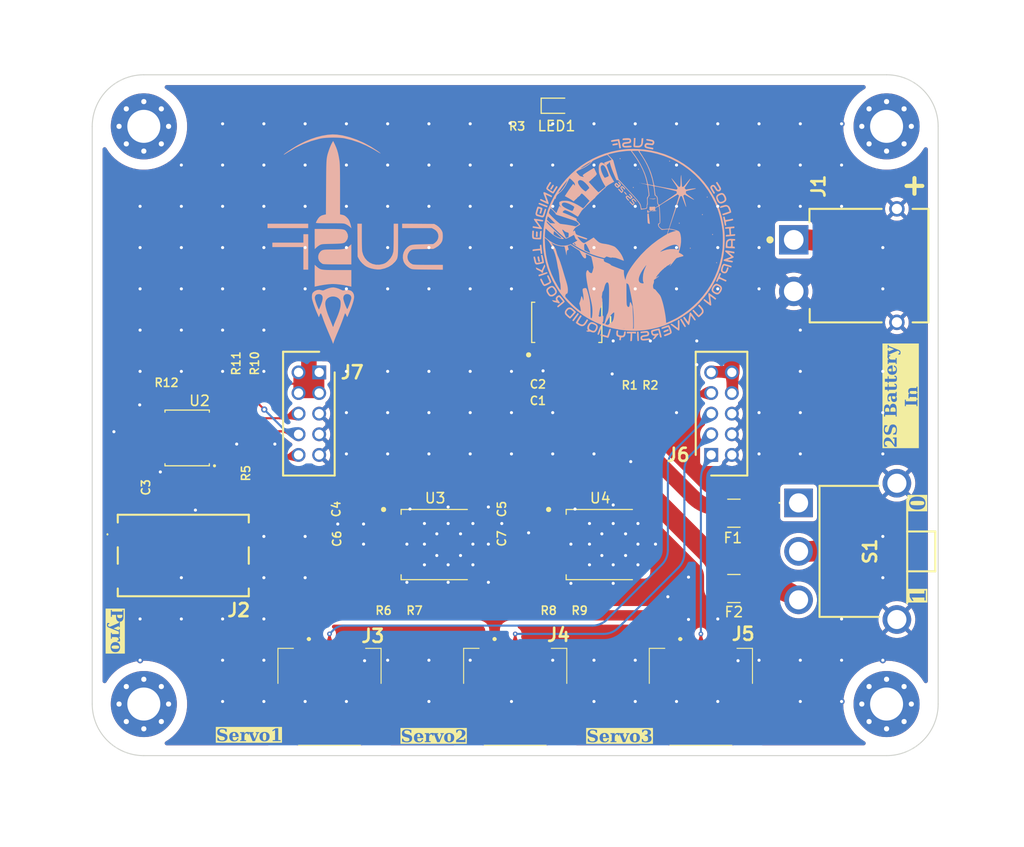
<source format=kicad_pcb>
(kicad_pcb (version 20241229) (generator "pcbnew") (generator_version "9.0")
  (layers (0 "F.Cu" mixed "L1 (Sig, PWR)") (2 "B.Cu" mixed "L4 (Sig, PWR)") (13 "F.Paste" user) (15 "B.Paste" user) (5 "F.SilkS" user "F.Silkscreen") (7 "B.SilkS" user "B.Silkscreen") (1 "F.Mask" user) (3 "B.Mask" user) (25 "Edge.Cuts" user))
  (property "BOARD_NAME" "Board Name")
  (property "COMPANY" "Company Name")
  (property "DESIGNER" "Designer Name")
  (property "DOC_TYPE" "Fabrication")
  (property "PROJECT_NAME" "Project Name")
  (property "RELEASE_DATE" "Release Date")
  (property "REVIEWER" "Reviewer Name")
  (property "REVISION" "Revision Number")
  (property "VARIANT" "Variant Name")
  (net 0 "")
  (net 1 "+6V")
  (net 2 "/Power Board Schematic/Servo1_PWM")
  (net 3 "GND")
  (net 4 "/Power Board Schematic/PYRO_IN")
  (net 5 "/Power Board Schematic/VBAT_sense")
  (net 6 "+3V3")
  (net 7 "VBUS")
  (net 8 "Net-(U2-IN)")
  (net 9 "/Power Board Schematic/Pyro+")
  (net 10 "/Power Board Schematic/PYRO_ST1")
  (net 11 "/Power Board Schematic/Servo2_PWM")
  (net 12 "Net-(U4-ADJ)")
  (net 13 "Net-(LED1-K)")
  (net 14 "/Power Board Schematic/Servo3_PWM")
  (net 15 "Net-(U3-ADJ)")
  (net 17 "/Power Board Schematic/PYRO_ST2")
  (net 18 "/Power Board Schematic/BAT_CONN_OUT")
  (net 19 "/Power Board Schematic/BAT_CONN_IN")
  (net 20 "VREG")
  (footprint "0_Connectors:DF11-10DP-2DSA" (layer "F.Cu") (at 166.45 108.15 -90)
    (property "Reference" "J6")
    (property "Value" "DF11-10DP-2DSA" (hide yes))
  )
  (footprint "0_Resistors:R_0603_1608_DensityHigh" (layer "F.Cu") (at 153.69 121.84)
    (property "Reference" "R9")
    (property "Value" "120R" (hide yes))
  )
  (footprint "0_Resistors:R_0603_1608_DensityHigh" (layer "F.Cu") (at 120.4 101.925 90)
    (property "Reference" "R11")
    (property "Value" "10kR" (hide yes))
  )
  (footprint "0_Resistors:R_0603_1608_DensityHigh" (layer "F.Cu") (at 122.2 101.925 90)
    (property "Reference" "R10")
    (property "Value" "10kR" (hide yes))
  )
  (footprint "0_Capacitors:C_0603_1608_DensityHigh" (layer "F.Cu") (at 147.55 113.4 -90)
    (property "Reference" "C5")
    (property "Value" "10uF" (hide yes))
  )
  (footprint "0_Power:Fuse_1210_3225Metric" (layer "F.Cu") (at 168.65 113.8)
    (property "Reference" "F1")
    (property "Value" "Fuse")
  )
  (footprint "0_Resistors:R_0603_1608_DensityHigh" (layer "F.Cu") (at 150.69 121.84)
    (property "Reference" "R8")
    (property "Value" "470R" (hide yes))
  )
  (footprint "0_Mechanical:MountingHole_3.2mm_M3_Pad_Via" (layer "F.Cu") (at 111.45 76.3)
    (property "Reference" "MH1" (hide yes))
    (property "Value" "M3_MountingHole_Pad")
  )
  (footprint "0_Capacitors:C_0603_1608_DensityHigh" (layer "F.Cu") (at 151.85 101.3 180)
    (property "Reference" "C2")
    (property "Value" "10nF" (hide yes))
  )
  (footprint "0_Resistors:R_0603_1608_DensityHigh" (layer "F.Cu") (at 158.55 99.2 90)
    (property "Reference" "R1")
    (property "Value" "470kR" (hide yes))
  )
  (footprint "0_Connectors:502352_0301" (layer "F.Cu") (at 129.45 131.1)
    (property "Reference" "J3")
    (property "Value" "502352-0301" (hide yes))
  )
  (footprint "0_Connectors:502352_0301" (layer "F.Cu") (at 147.45 131.1)
    (property "Reference" "J4")
    (property "Value" "502352-0301" (hide yes))
  )
  (footprint "0_Connectors:DF11-10DP-2DSA" (layer "F.Cu") (at 128.45 100.15 90)
    (property "Reference" "J7")
    (property "Value" "DF11-10DP-2DSA" (hide yes))
  )
  (footprint "0_Mechanical:Fiducial_1mm_Mask2mm" (layer "F.Cu") (at 116.45 127.3)
    (property "Reference" "FID3" (hide yes))
    (property "Value" "Fiducial Marker")
  )
  (footprint "0_Power:TO-252-5_TabPin3" (layer "F.Cu") (at 155.69 116.84)
    (property "Reference" "U4")
    (property "Value" "MIC29302AWD")
  )
  (footprint "0_Resistors:R_0603_1608_DensityHigh" (layer "F.Cu") (at 113.65 102.5)
    (property "Reference" "R12")
    (property "Value" "51kR" (hide yes))
  )
  (footprint "0_Capacitors:C_0603_1608_DensityHigh" (layer "F.Cu") (at 113.65 111.3 180)
    (property "Reference" "C3")
    (property "Value" "100nF" (hide yes))
  )
  (footprint "0_Resistors:R_0603_1608_DensityHigh" (layer "F.Cu") (at 147.635 74.3 180)
    (property "Reference" "R3")
    (property "Value" "51R" (hide yes))
  )
  (footprint "0_Passives:LED_0603_1608Metric" (layer "F.Cu") (at 151.45 74.3)
    (property "Reference" "LED1")
    (property "Value" "Red")
  )
  (footprint "0_Resistors:R_0603_1608_DensityHigh" (layer "F.Cu") (at 137.69 121.84)
    (property "Reference" "R7")
    (property "Value" "120R" (hide yes))
  )
  (footprint "0_Capacitors:C_0603_1608_DensityHigh" (layer "F.Cu") (at 131.5 116.3 90)
    (property "Reference" "C6")
    (property "Value" "10uF" (hide yes))
  )
  (footprint "0_Mechanical:MountingHole_3.2mm_M3_Pad_Via" (layer "F.Cu") (at 183.45 132.3)
    (property "Reference" "MH4" (hide yes))
    (property "Value" "M3_MountingHole_Pad" (hide yes))
  )
  (footprint "0_Resistors:R_0603_1608_DensityHigh" (layer "F.Cu") (at 134.69 121.84)
    (property "Reference" "R6")
    (property "Value" "470R" (hide yes))
  )
  (footprint "0_Connectors:502352_0301" (layer "F.Cu") (at 165.45 131.1)
    (property "Reference" "J5")
    (property "Value" "502352-0301" (hide yes))
  )
  (footprint "0_Mechanical:Fiducial_1mm_Mask2mm" (layer "F.Cu") (at 166.45 82.3)
    (property "Reference" "FID2" (hide yes))
    (property "Value" "Fiducial Marker")
  )
  (footprint "0_Resistors:R_0603_1608_DensityHigh" (layer "F.Cu") (at 121.35 108.4 180)
    (property "Reference" "R5")
    (property "Value" "4k7R" (hide yes))
  )
  (footprint "0_Mechanical:MountingHole_3.2mm_M3_Pad_Via" (layer "F.Cu") (at 111.45 132.3)
    (property "Reference" "MH2" (hide yes))
    (property "Value" "M3_MountingHole_Pad" (hide yes))
  )
  (footprint "0_Power:TO-252-5_TabPin3" (layer "F.Cu") (at 139.69 116.84)
    (property "Reference" "U3")
    (property "Value" "MIC29302AWD")
  )
  (footprint "0_Capacitors:C_0603_1608_DensityHigh" (layer "F.Cu") (at 131.5 113.4 -90)
    (property "Reference" "C4")
    (property "Value" "10uF" (hide yes))
  )
  (footprint "0_Connectors:Molex_2060" (layer "F.Cu") (at 115.15 117.9)
    (property "Reference" "J2")
    (property "Value" "Molex_Block_01x02" (hide yes))
  )
  (footprint "0_Connectors:XT30_THT_H" (layer "F.Cu") (at 174.45 87.3 -90)
    (property "Reference" "J1")
    (property "Value" "XT30_THT_H" (hide yes))
  )
  (footprint "0_Capacitors:C_0603_1608_DensityHigh" (layer "F.Cu") (at 147.55 116.25 90)
    (property "Reference" "C7")
    (property "Value" "10uF" (hide yes))
  )
  (footprint "0_Capacitors:C_0603_1608_DensityHigh" (layer "F.Cu") (at 151.85 102.9)
    (property "Reference" "C1")
    (property "Value" "10nF" (hide yes))
  )
  (footprint "0_Power:1101M2S3AQE2" (layer "F.Cu") (at 174.919 112.8005 90)
    (property "Reference" "S1")
    (property "Value" "SPST_1101M2S3AQE2" (hide yes))
  )
  (footprint "0_Power:SOT-223-3_TabPin2" (layer "F.Cu") (at 152.45 95.3 90)
    (property "Reference" "U1")
    (property "Value" "NCP1117_3.3")
  )
  (footprint "0_Resistors:R_0603_1608_DensityHigh" (layer "F.Cu") (at 160.55 99.2 -90)
    (property "Reference" "R2")
    (property "Value" "390kR" (hide yes))
  )
  (footprint "0_Mechanical:Fiducial_1mm_Mask2mm" (layer "F.Cu") (at 116.45 82.3)
    (property "Reference" "FID1" (hide yes))
    (property "Value" "Fiducial Marker")
  )
  (footprint "0_Mechanical:MountingHole_3.2mm_M3_Pad_Via" (layer "F.Cu") (at 183.45 76.3)
    (property "Reference" "MH3" (hide yes))
    (property "Value" "M3_MountingHole_Pad" (hide yes))
  )
  (footprint "0_Power:HTSOP-8-1EP_3.9x4.9mm_P1.27mm_EP2.4x3.2mm" (layer "F.Cu") (at 115.65 106.5 180)
    (property "Reference" "U2")
    (property "Value" "BV1HJ180EFJ-C" (hide yes))
  )
  (footprint "0_Power:Fuse_1210_3225Metric" (layer "F.Cu") (at 168.65 121.1 180)
    (property "Reference" "F2")
    (property "Value" "Fuse")
  )
  (footprint "0_Mechanical:SULRE_LOGO" (layer "B.Cu") (at 158.95 87.3 180)
    (property "Reference" "REF**" (hide yes))
    (property "Value" "SULRE_LOGO" (hide yes))
  )
  (footprint "0_Mechanical:SUSF_LOGO_BIG" (layer "B.Cu") (at 131.45 87.3 180)
    (property "Reference" "G***" (hide yes))
    (property "Value" "LOGO" (hide yes))
  )
  (gr_arc (start 111.45 137.3) (mid 107.914466 135.835534) (end 106.45 132.3) (stroke (width 0.1)) (layer "Edge.Cuts"))
  (gr_line (start 111.45 71.3) (end 183.45 71.3) (stroke (width 0.1)) (layer "Edge.Cuts"))
  (gr_arc (start 188.45 132.3) (mid 186.985534 135.835534) (end 183.45 137.3) (stroke (width 0.1)) (layer "Edge.Cuts"))
  (gr_arc (start 106.45 76.3) (mid 107.914466 72.764466) (end 111.45 71.3) (stroke (width 0.1)) (layer "Edge.Cuts"))
  (gr_line (start 188.45 76.3) (end 188.45 132.3) (stroke (width 0.1)) (layer "Edge.Cuts"))
  (gr_arc (start 183.45 71.3) (mid 186.985534 72.764466) (end 188.45 76.3) (stroke (width 0.1)) (layer "Edge.Cuts"))
  (gr_line (start 111.45 137.3) (end 183.45 137.3) (stroke (width 0.1)) (layer "Edge.Cuts"))
  (gr_line (start 106.45 132.3) (end 106.45 76.3) (stroke (width 0.1)) (layer "Edge.Cuts"))
  (gr_text "Servo2" (at 136.35 136.2 0) (layer "F.SilkS" knockout) (effects (font (size 1.2 1.2) (thickness 0.15) (bold yes)) (justify left bottom)))
  (gr_text "2S Battery\nIn" (at 186.65 102.5 90) (layer "F.SilkS" knockout) (effects (font (size 1.2 1.2) (thickness 0.24) (bold yes)) (justify bottom)))
  (gr_text "1" (at 187.5 122.55 90) (layer "F.SilkS" knockout) (effects (font (size 1.5 1.5) (thickness 0.25) (bold yes)) (justify left bottom)))
  (gr_text "Servo1" (at 118.45 136.1 0) (layer "F.SilkS" knockout) (effects (font (size 1.2 1.2) (thickness 0.15) (bold yes)) (justify left bottom)))
  (gr_text "Pyro" (at 108.05 123.1 270) (layer "F.SilkS" knockout) (effects (font (size 1.2 1.2) (thickness 0.15) (bold yes)) (justify left bottom)))
  (gr_text "Servo3" (at 154.35 136.2 0) (layer "F.SilkS" knockout) (effects (font (size 1.2 1.2) (thickness 0.15) (bold yes)) (justify left bottom)))
  (gr_text "0" (at 187.45 113.55 90) (layer "F.SilkS" knockout) (effects (font (size 1.5 1.5) (thickness 0.25) (bold yes)) (justify left bottom)))
  (gr_text "+" (at 184.65 83.1 0) (layer "F.SilkS") (effects (font (size 2 2) (thickness 0.4) (bold yes)) (justify left bottom)))
  (segment (start 134.04 121.84) (end 133.818427 121.84) (width 0.2) (layer "F.Cu") (net 1))
  (segment (start 130.55 123.7) (end 129.878427 123.7) (width 1) (layer "F.Cu") (net 1))
  (segment (start 148.427107 118.272893) (end 148.17132 118.52868) (width 1) (layer "F.Cu") (net 1))
  (segment (start 132.677107 118.272893) (end 132.342893 118.607107) (width 1) (layer "F.Cu") (net 1))
  (segment (start 128.464247 124.285753) (end 128.035787 124.714213) (width 1) (layer "F.Cu") (net 1))
  (segment (start 147.541218 116.841218) (end 147.541218 116.954537) (width 0.2) (layer "F.Cu") (net 1))
  (segment (start 147.878427 119.235787) (end 147.878427 122.2) (width 1) (layer "F.Cu") (net 1))
  (segment (start 130.55 123.7) (end 133.55 123.7) (width 1) (layer "F.Cu") (net 1))
  (segment (start 147.875 121.7) (end 147.875 122.234412) (width 1) (layer "F.Cu") (net 1))
  (segment (start 148.384069 117.921218) (end 148.571218 117.921218) (width 0.2) (layer "F.Cu") (net 1))
  (segment (start 127.45 126.128427) (end 127.45 128.07) (width 1) (layer "F.Cu") (net 1))
  (segment (start 132.342851 117.98) (end 132.53 117.98) (width 0.2) (layer "F.Cu") (net 1))
  (segment (start 134.65 117.98) (end 133.384214 117.98) (width 1) (layer "F.Cu") (net 1))
  (segment (start 145.45 123.7) (end 146.375 123.7) (width 1) (layer "F.Cu") (net 1))
  (segment (start 162.864214 124.714214) (end 162.435787 124.285787) (width 1) (layer "F.Cu") (net 1))
  (segment (start 150.04 121.84) (end 149.618427 121.84) (width 0.2) (layer "F.Cu") (net 1))
  (segment (start 133.55 123.7) (end 145.45 123.7) (width 1) (layer "F.Cu") (net 1))
  (segment (start 145.45 128.07) (end 145.45 123.7) (width 1) (layer "F.Cu") (net 1))
  (segment (start 132.05 119.314214) (end 132.05 122.2) (width 1) (layer "F.Cu") (net 1))
  (segment (start 146.375 123.7) (end 149.378427 123.7) (width 1) (layer "F.Cu") (net 1))
  (segment (start 150.65 117.98) (end 149.134214 117.98) (width 1) (layer "F.Cu") (net 1))
  (segment (start 131.5 116.9) (end 131.5 117.013319) (width 0.2) (layer "F.Cu") (net 1))
  (segment (start 163.45 128.07) (end 163.45 126.128427) (width 1) (layer "F.Cu") (net 1))
  (segment (start 161.021573 123.7) (end 149.378427 123.7) (width 1) (layer "F.Cu") (net 1))
  (arc (start 143.95 123.7) (mid 145.01066 124.13934) (end 145.45 125.2) (width 1) (layer "F.Cu") (net 1))
  (arc (start 130.55 123.7) (mid 131.61066 123.26066) (end 132.05 122.2) (width 1) (layer "F.Cu") (net 1))
  (arc (start 133.384214 117.98) (mid 133.00153 118.05612) (end 132.677107 118.272893) (width 1) (layer "F.Cu") (net 1))
  (arc (start 147.878427 119.235787) (mid 147.954547 118.853104) (end 148.17132 118.52868) (width 1) (layer "F.Cu") (net 1))
  (arc (start 131.808782 117.758782) (mid 131.580245 117.416748) (end 131.5 117.013319) (width 0.2) (layer "F.Cu") (net 1))
  (arc (start 133.818427 121.84) (mid 133.05306 121.687759) (end 132.404213 121.254213) (width 0.2) (layer "F.Cu") (net 1))
  (arc (start 147.85 117.7) (mid 148.095033 117.863726) (end 148.384069 117.921218) (width 0.2) (layer "F.Cu") (net 1))
  (arc (start 149.134214 117.98) (mid 148.751531 118.05612) (end 148.427107 118.272893) (width 1) (layer "F.Cu") (net 1))
  (arc (start 149.618427 121.84) (mid 148.85306 121.687759) (end 148.204213 121.254213) (width 0.2) (layer "F.Cu") (net 1))
  (arc (start 128.035787 124.714213) (mid 127.602241 125.36306) (end 127.45 126.128427) (width 1) (layer "F.Cu") (net 1))
  (arc (start 146.375 123.7) (mid 147.43566 123.26066) (end 147.875 122.2) (width 1) (layer "F.Cu") (net 1))
  (arc (start 147.85 117.7) (mid 147.621463 117.357966) (end 147.541218 116.954537) (width 0.2) (layer "F.Cu") (net 1))
  (arc (start 146.95 123.7) (mid 145.88934 124.13934) (end 145.45 125.2) (width 1) (layer "F.Cu") (net 1))
  (arc (start 163.45 126.128427) (mid 163.297759 125.36306) (end 162.864214 124.714214) (width 1) (layer "F.Cu") (net 1))
  (arc (start 129.878427 123.7) (mid 129.113071 123.852227) (end 128.464247 124.285753) (width 1) (layer "F.Cu") (net 1))
  (arc (start 149.378427 123.7) (mid 148.317767 123.26066) (end 147.878427 122.2) (width 1) (layer "F.Cu") (net 1))
  (arc (start 133.55 123.7) (mid 132.48934 123.26066) (end 132.05 122.2) (width 1) (layer "F.Cu") (net 1))
  (arc (start 162.435787 124.285787) (mid 161.78694 123.852241) (end 161.021573 123.7) (width 1) (layer "F.Cu") (net 1))
  (arc (start 131.808782 117.758782) (mid 132.053815 117.922508) (end 132.342851 117.98) (width 0.2) (layer "F.Cu") (net 1))
  (arc (start 132.342893 118.607107) (mid 132.12612 118.93153) (end 132.05 119.314214) (width 1) (layer "F.Cu") (net 1))
  (segment (start 129.45 125.5) (end 129.45 128.07) (width 0.2) (layer "F.Cu") (net 2))
  (via (at 129.45 125.5) (size 0.45) (drill 0.2) (layers "F.Cu" "B.Cu") (net 2))
  (segment (start 156.335787 124.114213) (end 161.664214 118.785786) (width 0.2) (layer "B.Cu") (net 2))
  (segment (start 162.25 117.371573) (end 162.25 109.178427) (width 0.2) (layer "B.Cu") (net 2))
  (segment (start 130.815685 124.7) (end 154.921573 124.7) (width 0.2) (layer "B.Cu") (net 2))
  (segment (start 129.45 125.5) (end 129.85 125.1) (width 0.2) (layer "B.Cu") (net 2))
  (segment (start 162.835787 107.764213) (end 166.45 104.15) (width 0.2) (layer "B.Cu") (net 2))
  (arc (start 129.85 125.1) (mid 130.29306 124.803956) (end 130.815685 124.7) (width 0.2) (layer "B.Cu") (net 2))
  (arc (start 162.835787 107.764213) (mid 162.402241 108.41306) (end 162.25 109.178427) (width 0.2) (layer "B.Cu") (net 2))
  (arc (start 154.921573 124.7) (mid 155.68694 124.547759) (end 156.335787 124.114213) (width 0.2) (layer "B.Cu") (net 2))
  (arc (start 161.664214 118.785786) (mid 162.097759 118.13694) (end 162.25 117.371573) (width 0.2) (layer "B.Cu") (net 2))
  (via (at 160.55 97.1) (size 0.6) (drill 0.3) (layers "F.Cu" "B.Cu") (net 3))
  (via (at 123.086904 76.05175) (size 0.6) (drill 0.3) (layers "F.Cu" "B.Cu") (net 3))
  (via (at 167.086904 80.05175) (size 0.6) (drill 0.3) (layers "F.Cu" "B.Cu") (net 3))
  (via (at 183.086904 120.05175) (size 0.6) (drill 0.3) (layers "F.Cu" "B.Cu") (net 3))
  (via (at 139.086904 128.05175) (size 0.6) (drill 0.3) (layers "F.Cu" "B.Cu") (net 3))
  (via (at 167.086904 76.05175) (size 0.6) (drill 0.3) (layers "F.Cu" "B.Cu") (net 3))
  (via (at 154.65 116.8) (size 0.6) (drill 0.3) (layers "F.Cu" "B.Cu") (net 3))
  (via (at 123.086904 128.05175) (size 0.6) (drill 0.3) (layers "F.Cu" "B.Cu") (net 3))
  (via (at 139.086904 76.05175) (size 0.6) (drill 0.3) (layers "F.Cu" "B.Cu") (net 3))
  (via (at 158.15 117.9) (size 0.6) (drill 0.3) (layers "F.Cu" "B.Cu") (net 3))
  (via (at 115.086904 120.05175) (size 0.6) (drill 0.3) (layers "F.Cu" "B.Cu") (net 3))
  (via (at 143.086904 92.05175) (size 0.6) (drill 0.3) (layers "F.Cu" "B.Cu") (net 3))
  (via (at 159.086904 92.05175) (size 0.6) (drill 0.3) (layers "F.Cu" "B.Cu") (net 3))
  (via (at 147.086904 100.05175) (size 0.6) (drill 0.3) (layers "F.Cu" "B.Cu") (net 3))
  (via (at 135.086904 84.05175) (size 0.6) (drill 0.3) (layers "F.Cu" "B.Cu") (net 3))
  (via (at 119.086904 92.05175) (size 0.6) (drill 0.3) (layers "F.Cu" "B.Cu") (net 3))
  (via (at 135.086904 88.05175) (size 0.6) (drill 0.3) (layers "F.Cu" "B.Cu") (net 3))
  (via (at 135.086904 92.05175) (size 0.6) (drill 0.3) (layers "F.Cu" "B.Cu") (net 3))
  (via (at 163.086904 80.05175) (size 0.6) (drill 0.3) (layers "F.Cu" "B.Cu") (net 3))
  (via (at 123.086904 132.05175) (size 0.6) (drill 0.3) (layers "F.Cu" "B.Cu") (net 3))
  (via (at 135.086904 104.05175) (size 0.6) (drill 0.3) (layers "F.Cu" "B.Cu") (net 3))
  (via (at 175.086904 104.05175) (size 0.6) (drill 0.3) (layers "F.Cu" "B.Cu") (net 3))
  (via (at 123.086904 124.05175) (size 0.6) (drill 0.3) (layers "F.Cu" "B.Cu") (net 3))
  (via (at 155.086904 132.05175) (size 0.6) (drill 0.3) (layers "F.Cu" "B.Cu") (net 3))
  (via (at 127.086904 80.05175) (size 0.6) (drill 0.3) (layers "F.Cu" "B.Cu") (net 3))
  (via (at 140.95 120.5) (size 0.6) (drill 0.3) (layers "F.Cu" "B.Cu") (net 3))
  (via (at 119.086904 128.05175) (size 0.6) (drill 0.3) (layers "F.Cu" "B.Cu") (net 3))
  (via (at 111.086904 88.05175) (size 0.6) (drill 0.3) (layers "F.Cu" "B.Cu") (net 3))
  (via (at 155.85 115.8) (size 0.6) (drill 0.3) (layers "F.Cu" "B.Cu") (net 3))
  (via (at 142.15 117.9) (size 0.6) (drill 0.3) (layers "F.Cu" "B.Cu") (net 3))
  (via (at 163.086904 88.05175) (size 0.6) (drill 0.3) (layers "F.Cu" "B.Cu") (net 3))
  (via (at 139.086904 104.05175) (size 0.6) (drill 0.3) (layers "F.Cu" "B.Cu") (net 3))
  (via (at 143.35 118.8) (size 0.6) (drill 0.3) (layers "F.Cu" "B.Cu") (net 3))
  (via (at 144.85 113.2) (size 0.6) (drill 0.3) (layers "F.Cu" "B.Cu") (net 3))
  (via (at 127.086904 88.05175) (size 0.6) (drill 0.3) (layers "F.Cu" "B.Cu") (net 3))
  (via (at 115.086904 88.05175) (size 0.6) (drill 0.3) (layers "F.Cu" "B.Cu") (net 3))
  (via (at 123.086904 120.05175) (size 0.6) (drill 0.3) (layers "F.Cu" "B.Cu") (net 3))
  (via (at 123.086904 80.05175) (size 0.6) (drill 0.3) (layers "F.Cu" "B.Cu") (net 3))
  (via (at 165.05 99.4) (size 0.6) (drill 0.3) (layers "F.Cu" "B.Cu") (net 3))
  (via (at 164.25 124.1) (size 0.6) (drill 0.3) (layers "F.Cu" "B.Cu") (net 3))
  (via (at 151.086904 80.05175) (size 0.6) (drill 0.3) (layers "F.Cu" "B.Cu") (net 3))
  (via (at 111.086904 92.05175) (size 0.6) (drill 0.3) (layers "F.Cu" "B.Cu") (net 3))
  (via (at 115.086904 84.05175) (size 0.6) (drill 0.3) (layers "F.Cu" "B.Cu") (net 3))
  (via (at 154.65 118.8) (size 0.6) (drill 0.3) (layers "F.Cu" "B.Cu") (net 3))
  (via (at 127.086904 76.05175) (size 0.6) (drill 0.3) (layers "F.Cu" "B.Cu") (net 3))
  (via (at 111.05 103.3) (size 0.6) (drill 0.3) (layers "F.Cu" "B.Cu") (net 3))
  (via (at 111.086904 84.05175) (size 0.6) (drill 0.3) (layers "F.Cu" "B.Cu") (net 3))
  (via (at 119.086904 124.05175) (size 0.6) (drill 0.3) (layers "F.Cu" "B.Cu") (net 3))
  (via (at 179.086904 128.05175) (size 0.6) (drill 0.3) (layers "F.Cu" "B.Cu") (net 3))
  (via (at 155.086904 128.05175) (size 0.6) (drill 0.3) (layers "F.Cu" "B.Cu") (net 3))
  (via (at 119.086904 132.05175) (size 0.6) (drill 0.3) (layers "F.Cu" "B.Cu") (net 3))
  (via (at 111.086904 128.05175) (size 0.6) (drill 0.3) (layers "F.Cu" "B.Cu") (net 3))
  (via (at 163.086904 84.05175) (size 0.6) (drill 0.3) (layers "F.Cu" "B.Cu") (net 3))
  (via (at 138.65 114.8) (size 0.6) (drill 0.3) (layers "F.Cu" "B.Cu") (net 3))
  (via (at 162.25 121.9) (size 0.6) (drill 0.3) (layers "F.Cu" "B.Cu") (net 3))
  (via (at 123.086904 92.05175) (size 0.6) (drill 0.3) (layers "F.Cu" "B.Cu") (net 3))
  (via (at 151.086904 88.05175) (size 0.6) (drill 0.3) (layers "F.Cu" "B.Cu") (net 3))
  (via (at 127.086904 116.05175) (size 0.6) (drill 0.3) (layers "F.Cu" "B.Cu") (net 3))
  (via (at 167.086904 92.05175) (size 0.6) (drill 0.3) (layers "F.Cu" "B.Cu") (net 3))
  (via (at 135.086904 76.05175) (size 0.6) (drill 0.3) (layers "F.Cu" "B.Cu") (net 3))
  (via (at 139.086904 132.05175) (size 0.6) (drill 0.3) (layers "F.Cu" "B.Cu") (net 3))
  (via (at 156.95 113) (size 0.6) (drill 0.3) (layers "F.Cu" "B.Cu") (net 3))
  (via (at 131.086904 108.05175) (size 0.6) (drill 0.3) (layers "F.Cu" "B.Cu") (net 3))
  (via (at 131.086904 88.05175) (size 0.6) (drill 0.3) (layers "F.Cu" "B.Cu") (net 3))
  (via (at 123.086904 84.05175) (size 0.6) (drill 0.3) (layers "F.Cu" "B.Cu") (net 3))
  (via (at 131.086904 92.05175) (size 0.6) (drill 0.3) (layers "F.Cu" "B.Cu") (net 3))
  (via (at 115.086904 80.05175) (size 0.6) (drill 0.3) (layers "F.Cu" "B.Cu") (net 3))
  (via (at 140.95 114.8) (size 0.6) (drill 0.3) (layers "F.Cu" "B.Cu") (net 3))
  (via (at 163.086904 132.05175) (size 0.6) (drill 0.3) (layers "F.Cu" "B.Cu") (net 3))
  (via (at 135.086904 108.05175) (size 0.6) (drill 0.3) (layers "F.Cu" "B.Cu") (net 3))
  (via (at 131.086904 104.05175) (size 0.6) (drill 0.3) (layers "F.Cu" "B.Cu") (net 3))
  (via (at 139.086904 80.05175) (size 0.6) (drill 0.3) (layers "F.Cu" "B.Cu") (net 3))
  (via (at 155.086904 76.05175) (size 0.6) (drill 0.3) (layers "F.Cu" "B.Cu") (net 3))
  (via (at 175.086904 100.05175) (size 0.6) (drill 0.3) (layers "F.Cu" "B.Cu") (net 3))
  (via (at 139.086904 100.05175) (size 0.6) (drill 0.3) (layers "F.Cu" "B.Cu") (net 3))
  (via (at 167.086904 124.05175) (size 0.6) (drill 0.3) (layers "F.Cu" "B.Cu") (net 3))
  (via (at 179.086904 124.05175) (size 0.6) (drill 0.3) (layers "F.Cu" "B.Cu") (net 3))
  (via (at 159.086904 80.05175) (size 0.6) (drill 0.3) (layers "F.Cu" "B.Cu") (net 3))
  (via (at 140.95 118.8) (size 0.6) (drill 0.3) (layers "F.Cu" "B.Cu") (net 3))
  (via (at 154.65 114.8) (size 0.6) (drill 0.3) (layers "F.Cu" "B.Cu") (net 3))
  (via (at 127.086904 84.05175) (size 0.6) (drill 0.3) (layers "F.Cu" "B.Cu") (net 3))
  (via (at 171.086904 108.05175) (size 0.6) (drill 0.3) (layers "F.Cu" "B.Cu") (net 3))
  (via (at 116.45 113.5) (size 0.6) (drill 0.3) (layers "F.Cu" "B.Cu") (net 3))
  (via (at 146.95 76) (size 0.6) (drill 0.3) (layers "F.Cu" "B.Cu") (net 3))
  (via (at 123.086904 100.05175) (size 0.6) (drill 0.3) (layers "F.Cu" "B.Cu") (net 3))
  (via (at 179.086904 76.05175) (size 0.6) (drill 0.3) (layers "F.Cu" "B.Cu") (net 3))
  (via (at 123.086904 116.05175) (size 0.6) (drill 0.3) (layers "F.Cu" "B.Cu") (net 3))
  (via (at 159.086904 88.05175) (size 0.6) (drill 0.3) (layers "F.Cu" "B.Cu") (net 3))
  (via (at 127.086904 120.05175) (size 0.6) (drill 0.3) (layers "F.Cu" "B.Cu") (net 3))
  (via (at 183.086904 92.05175) (size 0.6) (drill 0.3) (layers "F.Cu" "B.Cu") (net 3))
  (via (at 139.086904 92.05175) (size 0.6) (drill 0.3) (layers "F.Cu" "B.Cu") (net 3))
  (via (at 151.086904 128.05175) (size 0.6) (drill 0.3) (layers "F.Cu" "B.Cu") (net 3))
  (via (at 152.85 120.6) (size 0.6) (drill 0.3) (layers "F.Cu" "B.Cu") (net 3))
  (via (at 183.086904 108.05175) (size 0.6) (drill 0.3) (layers "F.Cu" "B.Cu") (net 3))
  (via (at 167.086904 88.05175) (size 0.6) (drill 0.3) (layers "F.Cu" "B.Cu") (net 3))
  (via (at 159.086904 76.05175) (size 0.6) (drill 0.3) (layers "F.Cu" "B.Cu") (net 3))
  (via (at 127.086904 92.05175) (size 0.6) (drill 0.3) (layers "F.Cu" "B.Cu") (net 3))
  (via (at 175.086904 80.05175) (size 0.6) (drill 0.3) (layers "F.Cu" "B.Cu") (net 3))
  (via (at 119.086904 76.05175) (size 0.6) (drill 0.3) (layers "F.Cu" "B.Cu") (net 3))
  (via (at 127.086904 132.05175) (size 0.6) (drill 0.3) (layers "F.Cu" "B.Cu") (net 3))
  (via (at 143.086904 100.05175) (size 0.6) (drill 0.3) (layers "F.Cu" "B.Cu") (net 3))
  (via (at 132.75 114.85) (size 0.6) (drill 0.3) (layers "F.Cu" "B.Cu") (net 3))
  (via (at 136.95 116.8) (size 0.6) (drill 0.3) (layers "F.Cu" "B.Cu") (net 3))
  (via (at 167.086904 84.05175) (size 0.6) (drill 0.3) (layers "F.Cu" "B.Cu") (net 3))
  (via (at 171.086904 104.05175) (size 0.6) (drill 0.3) (layers "F.Cu" "B.Cu") (net 3))
  (via (at 155.85 117.9) (size 0.6) (drill 0.3) (layers "F.Cu" "B.Cu") (net 3))
  (via (at 147.086904 104.05175) (size 0.6) (drill 0.3) (layers "F.Cu" "B.Cu") (net 3))
  (via (at 156.95 120.6) (size 0.6) (drill 0.3) (layers "F.Cu" "B.Cu") (net 3))
  (via (at 164.25 120) (size 0.6) (drill 0.3) (layers "F.Cu" "B.Cu") (net 3))
  (via (at 171.086904 76.05175) (size 0.6) (drill 0.3) (layers "F.Cu" "B.Cu") (net 3))
  (via (at 124.15 107.1) (size 0.6) (drill 0.3) (layers "F.Cu" "B.Cu") (net 3))
  (via (at 152.85 116.8) (size 0.6) (drill 0.3) (layers "F.Cu" "B.Cu") (net 3))
  (via (at 175.086904 96.05175) (size 0.6) (drill 0.3) (layers "F.Cu" "B.Cu") (net 3))
  (via (at 137.25 113.4) (size 0.6) (drill 0.3) (layers "F.Cu" "B.Cu") (net 3))
  (via (at 175.086904 76.05175) (size 0.6) (drill 0.3) (layers "F.Cu" "B.Cu") (net 3))
  (via (at 153.25 113.4) (size 0.6) (drill 0.3) (layers "F.Cu" "B.Cu") (net 3))
  (via (at 119.086904 96.05175) (size 0.6) (drill 0.3) (layers "F.Cu" "B.Cu") (net 3))
  (via (at 120.45 107.1) (size 0.6) (drill 0.3) (layers "F.Cu" "B.Cu") (net 3))
  (via (at 163.086904 92.05175) (size 0.6) (drill 0.3) (layers "F.Cu" "B.Cu") (net 3))
  (via (at 138.65 116.8) (size 0.6) (drill 0.3) (layers "F.Cu" "B.Cu") (net 3))
  (via (at 139.85 117.9) (size 0.6) (drill 0.3) (layers "F.Cu" "B.Cu") (net 3))
  (via (at 144.85 116.8) (size 0.6) (drill 0.3) (layers "F.Cu" "B.Cu") (net 3))
  (via (at 143.086904 88.05175) (size 0.6) (drill 0.3) (layers "F.Cu" "B.Cu") (net 3))
  (via (at 159.35 118.8) (size 0.6) (drill 0.3) (layers "F.Cu" "B.Cu") (net 3))
  (via (at 111.086904 124.05175) (size 0.6) (drill 0.3) (layers "F.Cu" "B.Cu") (net 3))
  (via (at 163.086904 76.05175) (size 0.6) (drill 0.3) (layers "F.Cu" "B.Cu") (net 3))
  (via (at 146.15 114.8) (size 0.6) (drill 0.3) (layers "F.Cu" "B.Cu") (net 3))
  (via (at 135.086904 100.05175) (size 0.6) (drill 0.3) (layers "F.Cu" "B.Cu") (net 3))
  (via (at 156.95 118.8) (size 0.6) (drill 0.3) (layers "F.Cu" "B.Cu") (net 3))
  (via (at 119.086904 88.05175) (size 0.6) (drill 0.3) (layers "F.Cu" "B.Cu") (net 3))
  (via (at 143.086904 128.05175) (size 0.6) (drill 0.3) (layers "F.Cu" "B.Cu") (net 3))
  (via (at 158.15 115.8) (size 0.6) (drill 0.3) (layers "F.Cu" "B.Cu") (net 3))
  (via (at 119.086904 100.05175) (size 0.6) (drill 0.3) (layers "F.Cu" "B.Cu") (net 3))
  (via (at 171.086904 88.05175) (size 0.6) (drill 0.3) (layers "F.Cu" "B.Cu") (net 3))
  (via (at 179.086904 84.05175) (size 0.6) (drill 0.3) (layers "F.Cu" "B.Cu") (net 3))
  (via (at 131.086904 132.05175) (size 0.6) (drill 0.3) (layers "F.Cu" "B.Cu") (net 3))
  (via (at 143.086904 104.05175) (size 0.6) (drill 0.3) (layers "F.Cu" "B.Cu") (net 3))
  (via (at 155.086904 80.05175) (size 0.6) (drill 0.3) (layers "F.Cu" "B.Cu") (net 3))
  (via (at 183.086904 88.05175) (size 0.6) (drill 0.3) (layers "F.Cu" "B.Cu") (net 3))
  (via (at 144.85 120.5) (size 0.6) (drill 0.3) (layers "F.Cu" "B.Cu") (net 3))
  (via (at 175.086904 128.05175) (size 0.6) (drill 0.3) (layers "F.Cu" "B.Cu") (net 3))
  (via (at 179.086904 80.05175) (size 0.6) (drill 0.3) (layers "F.Cu" "B.Cu") (net 3))
  (via (at 151.086904 108.05175) (size 0.6) (drill 0.3) (layers "F.Cu" "B.Cu") (net 3))
  (via (at 183.086904 128.05175) (size 0.6) (drill 0.3) (layers "F.Cu" "B.Cu") (net 3))
  (via (at 171.086904 84.05175) (size 0.6) (drill 0.3) (layers "F.Cu" "B.Cu") (net 3))
  (via (at 143.086904 108.05175) (size 0.6) (drill 0.3) (layers "F.Cu" "B.Cu") (net 3))
  (via (at 183.086904 116.05175) (size 0.6) (drill 0.3) (layers "F.Cu" "B.Cu") (net 3))
  (via (at 143.086904 80.05175) (size 0.6) (drill 0.3) (layers "F.Cu" "B.Cu") (net 3))
  (via (at 159.086904 84.05175) (size 0.6) (drill 0.3) (layers "F.Cu" "B.Cu") (net 3))
  (via (at 139.086904 84.05175) (size 0.6) (drill 0.3) (layers "F.Cu" "B.Cu") (net 3))
  (via (at 159.086904 128.05175) (size 0.6) (drill 0.3) (layers "F.Cu" "B.Cu") (net 3))
  (via (at 136.95 120.5) (size 0.6) (drill 0.3) (layers "F.Cu" "B.Cu") (net 3))
  (via (at 115.086904 92.05175) (size 0.6) (drill 0.3) (layers "F.Cu" "B.Cu") (net 3))
  (via (at 139.086904 88.05175) (size 0.6) (drill 0.3) (layers "F.Cu" "B.Cu") (net 3))
  (via (at 143.086904 84.05175) (size 0.6) (drill 0.3) (layers "F.Cu" "B.Cu") (net 3))
  (via (at 167.086904 132.05175) (size 0.6) (drill 0.3) (layers "F.Cu" "B.Cu") (net 3))
  (via (at 135.086904 80.05175) (size 0.6) (drill 0.3) (layers "F.Cu" "B.Cu") (net 3))
  (via (at 132.85 128.1) (size 0.6) (drill 0.3) (layers "F.Cu" "B.Cu") (net 3))
  (via (at 115.086904 124.05175) (size 0.6) (drill 0.3) (layers "F.Cu" "B.Cu") (net 3))
  (via (at 159.086904 132.05175) (size 0.6) (drill 0.3) (layers "F.Cu" "B.Cu") (net 3))
  (via (at 156.85 100.3) (size 0.6) (drill 0.3) (layers "F.Cu" "B.Cu") (net 3))
  (via (at 175.086904 84.05175) (size 0.6) (drill 0.3) (layers "F.Cu" "B.Cu") (net 3))
  (via (at 156.95 97.1) (size 0.6) (drill 0.3) (layers "F.Cu" "B.Cu") (net 3))
  (via (at 115.086904 96.05175) (size 0.6) (drill 0.3) (layers "F.Cu" "B.Cu") (net 3))
  (via (at 163.086904 104.05175) (size 0.6) (drill 0.3) (layers "F.Cu" "B.Cu") (net 3))
  (via (at 140.95 113.2) (size 0.6) (drill 0.3) (layers "F.Cu" "B.Cu") (net 3))
  (via (at 159.35 116.8) (size 0.6) (drill 0.3) (layers "F.Cu" "B.Cu") (net 3))
  (via (at 165.05 97.1) (size 0.6) (drill 0.3) (layers "F.Cu" "B.Cu") (net 3))
  (via (at 111.086904 100.05175) (size 0.6) (drill 0.3) (layers "F.Cu" "B.Cu") (net 3))
  (via (at 155.086904 88.05175) (size 0.6) (drill 0.3) (layers "F.Cu" "B.Cu") (net 3))
  (via (at 143.35 114.8) (size 0.6) (drill 0.3) (layers "F.Cu" "B.Cu") (net 3))
  (via (at 115.086904 100.05175) (size 0.6) (drill 0.3) (layers "F.Cu" "B.Cu") (net 3))
  (via (at 131.086904 80.05175) (size 0.6) (drill 0.3) (layers "F.Cu" "B.Cu") (net 3))
  (via (at 131.086904 76.05175) (size 0.6) (drill 0.3) (layers "F.Cu" "B.Cu") (net 3))
  (via (at 123.086904 88.05175) (size 0.6) (drill 0.3) (layers "F.Cu" "B.Cu") (net 3))
  (via (at 132.75 116.8) (size 0.6) (drill 0.3) (layers "F.Cu" "B.Cu") (net 3))
  (via (at 150.15 100) (size 0.6) (drill 0.3) (layers "F.Cu" "B.Cu") (net 3))
  (via (at 135.086904 128.05175) (size 0.6) (drill 0.3) (layers "F.Cu" "B.Cu") (net 3))
  (via (at 131.086904 100.05175) (size 0.6) (drill 0.3) (layers "F.Cu" "B.Cu") (net 3))
  (via (at 151.086904 76.05175) (size 0.6) (drill 0.3) (layers "F.Cu" "B.Cu") (net 3))
  (via (at 171.086904 92.05175) (size 0.6) (drill 0.3) (layers "F.Cu" "B.Cu") (net 3))
  (via (at 159.35 114.8) (size 0.6) (drill 0.3) (layers "F.Cu" "B.Cu") (net 3))
  (via (at 158.65 108.8) (size 0.6) (drill 0.3) (layers "F.Cu" "B.Cu") (net 3))
  (via (at 139.086904 108.05175) (size 0.6) (drill 0.3) (layers "F.Cu" "B.Cu") (net 3))
  (via (at 119.086904 80.05175) (size 0.6) (drill 0.3) (layers "F.Cu" "B.Cu") (net 3))
  (via (at 130.25 114.85) (size 0.6) (drill 0.3) (layers "F.Cu" "B.Cu") (net 3))
  (via (at 156.95 114.8) (size 0.6) (drill 0.3) (layers "F.Cu" "B.Cu") (net 3))
  (via (at 147.086904 88.05175) (size 0.6) (drill 0.3) (layers "F.Cu" "B.Cu") (net 3))
  (via (at 147.086904 80.05175) (size 0.6) (drill 0.3) (layers "F.Cu" "B.Cu") (net 3))
  (via (at 171.086904 128.05175) (size 0.6) (drill 0.3) (layers "F.Cu" "B.Cu") (net 3))
  (via (at 138.65 118.8) (size 0.6) (drill 0.3) (layers "F.Cu" "B.Cu") (net 3))
  (via (at 108.55 105.9) (size 0.6) (drill 0.3) (layers "F.Cu" "B.Cu") (net 3))
  (via (at 175.086904 132.05175) (size 0.6) (drill 0.3) (layers "F.Cu" "B.Cu") (net 3))
  (via (at 183.086904 100.05175) (size 0.6) (drill 0.3) (layers "F.Cu" "B.Cu") (net 3))
  (via (at 148.75 115.7) (size 0.6) (drill 0.3) (layers "F.Cu" "B.Cu") (net 3))
  (via (at 171.086904 80.05175) (size 0.6) (drill 0.3) (layers "F.Cu" "B.Cu") (net 3))
  (via (at 111.086904 96.05175) (size 0.6) (drill 0.3) (layers "F.Cu" "B.Cu") (net 3))
  (via (at 161.05 116.8) (size 0.6) (drill 0.3) (layers "F.Cu" "B.Cu") (net 3))
  (via (at 183.086904 104.05175) (size 0.6) (drill 0.3) (layers "F.Cu" "B.Cu") (net 3))
  (via (at 169.05 128.1) (size 0.6) (drill 0.3) (layers "F.Cu" "B.Cu") (net 3))
  (via (at 131.086904 84.05175) (size 0.6) (drill 0.3) (layers "F.Cu" "B.Cu") (net 3))
  (via (at 155.086904 84.05175) (size 0.6) (drill 0.3) (layers "F.Cu" "B.Cu") (net 3))
  (via (at 151.086904 104.05175) (size 0.6) (drill 0.3) (layers "F.Cu" "B.Cu") (net 3))
  (via (at 119.086904 84.05175) (size 0.6) (drill 0.3) (layers "F.Cu" "B.Cu") (net 3))
  (via (at 147.086904 132.05175) (size 0.6) (drill 0.3) (layers "F.Cu" "B.Cu") (net 3))
  (via (at 143.35 116.8) (size 0.6) (drill 0.3) (layers "F.Cu" "B.Cu") (net 3))
  (via (at 147.086904 92.05175) (size 0.6) (drill 0.3) (layers "F.Cu" "B.Cu") (net 3))
  (via (at 143.086904 76.05175) (size 0.6) (drill 0.3) (layers "F.Cu" "B.Cu") (net 3))
  (via (at 113.05 109.8) (size 0.6) (drill 0.3) (layers "F.Cu" "B.Cu") (net 3))
  (via (at 155.086904 92.05175) (size 0.6) (drill 0.3) (layers "F.Cu" "B.Cu") (net 3))
  (via (at 123.086904 96.05175) (size 0.6) (drill 0.3) (layers "F.Cu" "B.Cu") (net 3))
  (via (at 147.086904 108.05175) (size 0.6) (drill 0.3) (layers "F.Cu" "B.Cu") (net 3))
  (via (at 142.15 115.8) (size 0.6) (drill 0.3) (layers "F.Cu" "B.Cu") (net 3))
  (via (at 147.086904 84.05175) (size 0.6) (drill 0.3) (layers "F.Cu" "B.Cu") (net 3))
  (via (at 179.086904 132.05175) (size 0.6) (drill 0.3) (layers "F.Cu" "B.Cu") (net 3))
  (via (at 155.086904 108.05175) (size 0.6) (drill 0.3) (layers "F.Cu" "B.Cu") (net 3))
  (via (at 151.086904 84.05175) (size 0.6) (drill 0.3) (layers "F.Cu" "B.Cu") (net 3))
  (via (at 139.85 115.8) (size 0.6) (drill 0.3) (layers "F.Cu" "B.Cu") (net 3))
  (via (at 175.086904 108.05175) (size 0.6) (drill 0.3) (layers "F.Cu" "B.Cu") (net 3))
  (segment (start 126.45 108.15) (end 126.2 108.4) (width 0.2) (layer "F.Cu") (net 4))
  (segment (start 126.2 108.4) (end 122 108.4) (width 0.2) (layer "F.Cu") (net 4))
  (segment (start 126.325 108.275) (end 126.45 108.15) (width 0.2) (layer "F.Cu") (net 4))
  (arc (start 126.325 108.275) (mid 126.186543 108.367513) (end 126.023223 108.4) (width 0.2) (layer "F.Cu") (net 4))
  (segment (start 165.043906 102.15) (end 166.45 102.15) (width 0.2) (layer "F.Cu") (net 5))
  (segment (start 162.252622 100.302622) (end 163.432558 101.482558) (width 0.2) (layer "F.Cu") (net 5))
  (segment (start 160.55 99.85) (end 158.55 99.85) (width 0.2) (layer "F.Cu") (net 5))
  (segment (start 160.725 99.85) (end 161.159897 99.85) (width 0.2) (layer "F.Cu") (net 5))
  (arc (start 163.432558 101.482558) (mid 164.171851 101.976538) (end 165.043906 102.15) (width 0.2) (layer "F.Cu") (net 5))
  (arc (start 162.252622 100.302622) (mid 161.751276 99.967633) (end 161.159897 99.85) (width 0.2) (layer "F.Cu") (net 5))
  (segment (start 122.2 101.275) (end 122.225 101.25) (width 0.2) (layer "F.Cu") (net 6))
  (segment (start 152.24 74.3) (end 152.24 91.3) (width 0.2) (layer "F.Cu") (net 6))
  (segment (start 122.225 101.25) (end 126.05 101.25) (width 0.2) (layer "F.Cu") (net 6))
  (segment (start 152.45 92.15) (end 152.45 95.3) (width 1.5) (layer "F.Cu") (net 6))
  (segment (start 168.45 100.15) (end 168.45 98.442641) (width 1.5) (layer "F.Cu") (net 6))
  (segment (start 127.45 98.742641) (end 127.45 101.1) (width 1.5) (layer "F.Cu") (net 6))
  (segment (start 120.4 101.275) (end 122.2 101.275) (width 0.2) (layer "F.Cu") (net 6))
  (segment (start 126.45 100.15) (end 126.45 102.15) (width 1) (layer "F.Cu") (net 6))
  (segment (start 126.45 102.15) (end 128.45 102.15) (width 1) (layer "F.Cu") (net 6))
  (segment (start 152.45 95.3) (end 152.45 98.45) (width 1.5) (layer "F.Cu") (net 6))
  (segment (start 128.77132 96.17868) (end 128.328679 96.621321) (width 1.5) (layer "F.Cu") (net 6))
  (segment (start 152.45 101.3) (end 152.45 98.45) (width 0.2) (layer "F.Cu") (net 6))
  (segment (start 128.45 102.15) (end 128.45 100.15) (width 1) (layer "F.Cu") (net 6))
  (segment (start 166.45 100.15) (end 168.45 100.15) (width 1) (layer "F.Cu") (net 6))
  (segment (start 165.307359 95.3) (end 130.892641 95.3) (width 1.5) (layer "F.Cu") (net 6))
  (segment (start 168.45 102.15) (end 168.45 100.15) (width 1) (layer "F.Cu") (net 6))
  (arc (start 167.428679 96.178679) (mid 166.455409 95.528361) (end 165.307359 95.3) (width 1.5) (layer "F.Cu") (net 6))
  (arc (start 130.892641 95.3) (mid 129.74459 95.528362) (end 128.77132 96.17868) (width 1.5) (layer "F.Cu") (net 6))
  (arc (start 127.45 98.742641) (mid 127.678361 97.594591) (end 128.328679 96.621321) (width 1.5) (layer "F.Cu") (net 6))
  (arc (start 168.45 98.442641) (mid 168.221639 97.29459) (end 167.57132 96.32132) (width 1.5) (layer "F.Cu") (net 6))
  (segment (start 167.1625 121.1) (end 167.1625 119.935141) (width 2) (layer "F.Cu") (net 7))
  (segment (start 117.718427 110.94) (end 138.352641 110.94) (width 2) (layer "F.Cu") (net 7))
  (segment (start 114.25 111.3) (end 114.835786 111.3) (width 0.2) (layer "F.Cu") (net 7))
  (segment (start 158.167359 110.94) (end 154.402641 110.94) (width 2) (layer "F.Cu") (net 7))
  (segment (start 134.65 115.2) (end 134.65 114.642641) (width 1.8) (layer "F.Cu") (net 7))
  (segment (start 135.52868 112.52132) (end 136.231321 111.818679) (width 1.8) (layer "F.Cu") (net 7))
  (segment (start 166.28382 117.81382) (end 160.288679 111.818679) (width 2) (layer "F.Cu") (net 7))
  (segment (start 114.3 102.5) (end 114.635786 102.5) (width 0.2) (layer "F.Cu") (net 7))
  (segment (start 116.25 110.3) (end 116.304214 110.354214) (width 2) (layer "F.Cu") (net 7))
  (segment (start 115.65 103.514214) (end 115.65 106.5) (width 0.2) (layer "F.Cu") (net 7))
  (segment (start 116.235787 110.285787) (end 116.25 110.3) (width 2) (layer "F.Cu") (net 7))
  (segment (start 138.352641 110.94) (end 154.402641 110.94) (width 2) (layer "F.Cu") (net 7))
  (segment (start 150.65 115.2) (end 150.65 114.692641) (width 1.8) (layer "F.Cu") (net 7))
  (segment (start 147.541218 112.741218) (end 147.688577 112.741218) (width 0.2) (layer "F.Cu") (net 7))
  (segment (start 149.809898 113.619898) (end 150.691218 114.501218) (width 0.2) (layer "F.Cu") (net 7))
  (segment (start 151.52868 112.57132) (end 152.281321 111.818679) (width 1.8) (layer "F.Cu") (net 7))
  (segment (start 115.65 106.5) (end 115.65 108.871573) (width 2) (layer "F.Cu") (net 7))
  (segment (start 115.542893 111.007107) (end 116.25 110.3) (width 0.2) (layer "F.Cu") (net 7))
  (segment (start 133.76868 113.67868) (end 134.65 114.56) (width 0.2) (layer "F.Cu") (net 7))
  (segment (start 115.342893 102.792893) (end 115.357107 102.807107) (width 0.2) (layer "F.Cu") (net 7))
  (segment (start 131.5 112.8) (end 131.647359 112.8) (width 0.2) (layer "F.Cu") (net 7))
  (arc (start 115.65 103.514214) (mid 115.57388 103.131531) (end 115.357107 102.807107) (width 0.2) (layer "F.Cu") (net 7))
  (arc (start 136.231321 111.818679) (mid 137.204591 111.168361) (end 138.352641 110.94) (width 1.8) (layer "F.Cu") (net 7))
  (arc (start 167.1625 119.935141) (mid 166.934138 118.78709) (end 166.28382 117.81382) (width 2) (layer "F.Cu") (net 7))
  (arc (start 116.235787 110.285787) (mid 115.802241 109.63694) (end 115.65 108.871573) (width 2) (layer "F.Cu") (net 7))
  (arc (start 131.647359 112.8) (mid 132.79541 113.028362) (end 133.76868 113.67868) (width 0.2) (layer "F.Cu") (net 7))
  (arc (start 152.281321 111.818679) (mid 153.254591 111.168361) (end 154.402641 110.94) (width 1.8) (layer "F.Cu") (net 7))
  (arc (start 116.304214 110.354214) (mid 116.95306 110.787759) (end 117.718427 110.94) (width 2) (layer "F.Cu") (net 7))
  (arc (start 114.635786 102.5) (mid 115.018469 102.57612) (end 115.342893 102.792893) (width 0.2) (layer "F.Cu") (net 7))
  (arc (start 134.65 114.642641) (mid 134.878361 113.49459) (end 135.52868 112.52132) (width 1.8) (layer "F.Cu") (net 7))
  (arc (start 160.288679 111.818679) (mid 159.315409 111.168361) (end 158.167359 110.94) (width 2) (layer "F.Cu") (net 7))
  (arc (start 150.65 114.692641) (mid 150.878361 113.54459) (end 151.52868 112.57132) (width 1.8) (layer "F.Cu") (net 7))
  (arc (start 147.688577 112.741218) (mid 148.836628 112.96958) (end 149.809898 113.619898) (width 0.2) (layer "F.Cu") (net 7))
  (arc (start 115.542893 111.007107) (mid 115.21847 111.22388) (end 114.835786 111.3) (width 0.2) (layer "F.Cu") (net 7))
  (segment (start 118.308535 108.4) (end 120.7 108.4) (width 0.2) (layer "F.Cu") (net 8))
  (segment (start 118.3025 108.4025) (end 118.3 108.405) (width 0.2) (layer "F.Cu") (net 8))
  (arc (start 118.308535 108.4) (mid 118.305268 108.400649) (end 118.3025 108.4025) (width 0.2) (layer "F.Cu") (net 8))
  (segment (start 109.85 108.889949) (end 109.85 111.773018) (width 1) (layer "F.Cu") (net 9))
  (segment (start 112.125 106.5) (end 112.2 106.5) (width 1) (layer "F.Cu") (net 9))
  (segment (start 111.710786 115.9) (end 120.375 115.9) (width 1) (layer "F.Cu") (net 9))
  (segment (start 113 105.7) (end 113 104.9) (width 1) (layer "F.Cu") (net 9))
  (segment (start 113 102.5) (end 113 104.595) (width 0.2) (layer "F.Cu") (net 9))
  (segment (start 111.710786 115.9) (end 112.85 115.9) (width 1) (layer "F.Cu") (net 9))
  (segment (start 113 107.3) (end 113 108.1) (width 1) (layer "F.Cu") (net 9))
  (segment (start 110.646896 113.696896) (end 112.65 115.7) (width 1) (layer "F.Cu") (net 9))
  (segment (start 110.631281 107.118718) (end 110.55 107.2) (width 1) (layer "F.Cu") (net 9))
  (segment (start 113 105.7) (end 113 107.3) (width 1) (layer "F.Cu") (net 9))
  (arc (start 113 107.3) (mid 112.765685 106.734314) (end 112.2 106.5) (width 1) (layer "F.Cu") (net 9))
  (arc (start 109.85 111.773018) (mid 110.057106 112.814213) (end 110.646896 113.696896) (width 1) (layer "F.Cu") (net 9))
  (arc (start 112.125 106.5) (mid 111.316605 106.660799) (end 110.631281 107.118718) (width 1) (layer "F.Cu") (net 9))
  (arc (start 112.2 106.5) (mid 112.765685 106.265685) (end 113 105.7) (width 1) (layer "F.Cu") (net 9))
  (arc (start 110.55 107.2) (mid 110.031924 107.975355) (end 109.85 108.889949) (width 1) (layer "F.Cu") (net 9))
  (arc (start 111.710786 115.9) (mid 111.710786 115.9) (end 111.710786 115.9) (width 1) (layer "F.Cu") (net 9))
  (segment (start 122.2 102.575) (end 122.2 102.825) (width 0.2) (layer "F.Cu") (net 10))
  (segment (start 122.2 102.825) (end 123.125 103.75) (width 0.2) (layer "F.Cu") (net 10))
  (segment (start 126.165 105.865) (end 126.45 106.15) (width 0.2) (layer "F.Cu") (net 10))
  (segment (start 118.3 105.865) (end 126.165 105.865) (width 0.2) (layer "F.Cu") (net 10))
  (via (at 123.125 103.75) (size 0.6) (drill 0.3) (layers "F.Cu" "B.Cu") (net 10))
  (segment (start 125.925 106.15) (end 126.45 106.15) (width 0.2) (layer "B.Cu") (net 10))
  (segment (start 125.525 106.15) (end 126.45 106.15) (width 0.2) (layer "B.Cu") (net 10))
  (segment (start 123.125 103.75) (end 125.525 106.15) (width 0.2) (layer "B.Cu") (net 10))
  (segment (start 147.45 125.5) (end 147.45 128.07) (width 0.2) (layer "F.Cu") (net 11))
  (via (at 147.45 125.5) (size 0.45) (drill 0.2) (layers "F.Cu" "B.Cu") (net 11))
  (segment (start 157.435787 124.914213) (end 163.264214 119.085786) (width 0.2) (layer "B.Cu") (net 11))
  (segment (start 147.45 125.5) (end 156.021573 125.5) (width 0.2) (layer "B.Cu") (net 11))
  (segment (start 164.435787 108.164213) (end 166.45 106.15) (width 0.2) (layer "B.Cu") (net 11))
  (segment (start 163.85 117.671573) (end 163.85 109.578427) (width 0.2) (layer "B.Cu") (net 11))
  (arc (start 156.021573 125.5) (mid 156.78694 125.347759) (end 157.435787 124.914213) (width 0.2) (layer "B.Cu") (net 11))
  (arc (start 163.264214 119.085786) (mid 163.697759 118.43694) (end 163.85 117.671573) (width 0.2) (layer "B.Cu") (net 11))
  (arc (start 164.435787 108.164213) (mid 164.002241 108.81306) (end 163.85 109.578427) (width 0.2) (layer "B.Cu") (net 11))
  (segment (start 151.34 121.84) (end 153.04 121.84) (width 0.2) (layer "F.Cu") (net 12))
  (segment (start 151.34 119.317071) (end 151.34 121.84) (width 0.2) (layer "F.Cu") (net 12))
  (segment (start 151.345 119.305) (end 151.35 119.3) (width 0.2) (layer "F.Cu") (net 12))
  (arc (start 151.345 119.305) (mid 151.341299 119.310538) (end 151.34 119.317071) (width 0.2) (layer "F.Cu") (net 12))
  (segment (start 148.285 74.3) (end 150.85 74.3) (width 0.2) (layer "F.Cu") (net 13))
  (segment (start 165.45 125.5) (end 165.45 128.07) (width 0.2) (layer "F.Cu") (net 14))
  (via (at 165.45 125.5) (size 0.45) (drill 0.2) (layers "F.Cu" "B.Cu") (net 14))
  (segment (start 165.45 110.564154) (end 165.45 125.5) (width 0.2) (layer "B.Cu") (net 14))
  (arc (start 166.45 108.15) (mid 165.70988 109.257647) (end 165.45 110.564154) (width 0.2) (layer "B.Cu") (net 14))
  (segment (start 135.34 121.84) (end 135.34 119.417071) (width 0.2) (layer "F.Cu") (net 15))
  (segment (start 135.34 121.84) (end 137.04 121.84) (width 0.2) (layer "F.Cu") (net 15))
  (segment (start 135.345 119.405) (end 135.35 119.4) (width 0.2) (layer "F.Cu") (net 15))
  (arc (start 135.345 119.405) (mid 135.341299 119.410538) (end 135.34 119.417071) (width 0.2) (layer "F.Cu") (net 15))
  (segment (start 125.375668 104.595) (end 118.3 104.595) (width 0.2) (layer "F.Cu") (net 17))
  (segment (start 120.4 102.575) (end 122.13002 104.30502) (width 0.2) (layer "F.Cu") (net 17))
  (arc (start 126.45 104.15) (mid 125.957096 104.479346) (end 125.375668 104.595) (width 0.2) (layer "F.Cu") (net 17))
  (arc (start 122.13002 104.30502) (mid 122.451246 104.519649) (end 122.830265 104.595) (width 0.2) (layer "F.Cu") (net 17))
  (segment (start 172.262517 121.1) (end 170.5 121.1) (width 2) (layer "F.Cu") (net 18))
  (segment (start 170.1375 121.1) (end 170.1375 113.8) (width 1.5) (layer "F.Cu") (net 18))
  (arc (start 174.919 122.2005) (mid 173.700188 121.385998) (end 172.262517 121.1) (width 2) (layer "F.Cu") (net 18))
  (segment (start 178.954736 88.833127) (end 178.625941 88.498129) (width 2) (layer "F.Cu") (net 19))
  (segment (start 180.1 113.293146) (end 180.1 91.634998) (width 2) (layer "F.Cu") (net 19))
  (segment (start 175.771205 87.3) (end 174.45 87.3) (width 2) (layer "F.Cu") (net 19))
  (segment (start 174.919 117.5005) (end 175.892646 117.5005) (width 2) (layer "F.Cu") (net 19))
  (segment (start 178.721073 116.328927) (end 178.928427 116.121573) (width 2) (layer "F.Cu") (net 19))
  (arc (start 175.892646 117.5005) (mid 177.42338 117.196018) (end 178.721073 116.328927) (width 2) (layer "F.Cu") (net 19))
  (arc (start 175.771205 87.3) (mid 177.31919 87.611675) (end 178.625941 88.498129) (width 2) (layer "F.Cu") (net 19))
  (arc (start 180.1 113.293146) (mid 179.795518 114.82388) (end 178.928427 116.121573) (width 2) (layer "F.Cu") (net 19))
  (arc (start 180.1 91.634998) (mid 179.80263 90.121549) (end 178.954736 88.833127) (width 2) (layer "F.Cu") (net 19))
  (segment (start 154.85 98.55) (end 154.75 98.45) (width 0.2) (layer "F.Cu") (net 20))
  (segment (start 154.735787 102.314213) (end 154.943945 102.106055) (width 0.2) (layer "F.Cu") (net 20))
  (segment (start 155.629117 103.16618) (end 164.731401 112.268464) (width 1.5) (layer "F.Cu") (net 20))
  (segment (start 155.62868 103.16618) (end 155.629117 103.16618) (width 1.5) (layer "F.Cu") (net 20))
  (segment (start 158.55 98.55) (end 154.85 98.55) (width 0.2) (layer "F.Cu") (net 20))
  (segment (start 154.75 98.45) (end 154.75 101.044859) (width 1.5) (layer "F.Cu") (net 20))
  (segment (start 152.45 102.9) (end 153.321573 102.9) (width 0.2) (layer "F.Cu") (net 20))
  (segment (start 164.731401 112.268464) (end 164.731401 112.268901) (width 1.5) (layer "F.Cu") (net 20))
  (arc (start 164.731401 112.268901) (mid 165.818115 112.995021) (end 167.1 113.25) (width 1.5) (layer "F.Cu") (net 20))
  (arc (start 153.321573 102.9) (mid 154.08694 102.747759) (end 154.735787 102.314213) (width 0.2) (layer "F.Cu") (net 20))
  (arc (start 154.75 101.044859) (mid 154.978362 102.19291) (end 155.62868 103.16618) (width 1.5) (layer "F.Cu") (net 20))
  (zone (net 0) (net_name "") (layers "F.Cu" "B.Cu") (connect_pads (clearance 0)) (min_thickness 0.8)
    (keepout (tracks allowed) (vias allowed) (pads allowed) (copperpour not_allowed) (footprints allowed))
    (fill (thermal_gap 0.4) (thermal_bridge_width 0.8) (smoothing fillet) (radius 0.35))
    (polygon (pts (xy 168.05 102.6) (xy 168.05 108.2) (xy 166.75 108.2) (xy 166.75 102.6)))
  )
  (zone (net 0) (net_name "") (layers "F.Cu" "B.Cu") (connect_pads (clearance 0)) (min_thickness 0.8)
    (keepout (tracks allowed) (vias allowed) (pads allowed) (copperpour not_allowed) (footprints allowed))
    (fill (thermal_gap 0.4) (thermal_bridge_width 0.8))
    (polygon (pts (xy 128.05 102.775) (xy 128.1 108.975) (xy 126.8 108.975) (xy 126.75 102.775)))
  )
  (zone (net 3) (net_name "GND") (layers "F.Cu" "B.Cu") (connect_pads (clearance 0.4)) (min_thickness 0.4) (fill yes (thermal_gap 0.4) (thermal_bridge_width 0.4) (smoothing fillet) (radius 0.35))
    (polygon (pts (xy 105.25 70.1) (xy 189.65 70.1) (xy 189.65 138.5) (xy 105.25 138.5)))
  )
  (zone (net 0) (net_name "") (layer "B.Cu") (connect_pads (clearance 0)) (min_thickness 0.8)
    (keepout (tracks allowed) (vias allowed) (pads allowed) (copperpour not_allowed) (footprints allowed))
    (fill (thermal_gap 0.4) (thermal_bridge_width 0.8))
    (polygon (pts (xy 165.150001 112.9) (xy 165.150001 118.5) (xy 163.850001 118.5) (xy 163.850001 112.9)))
  )
)
</source>
